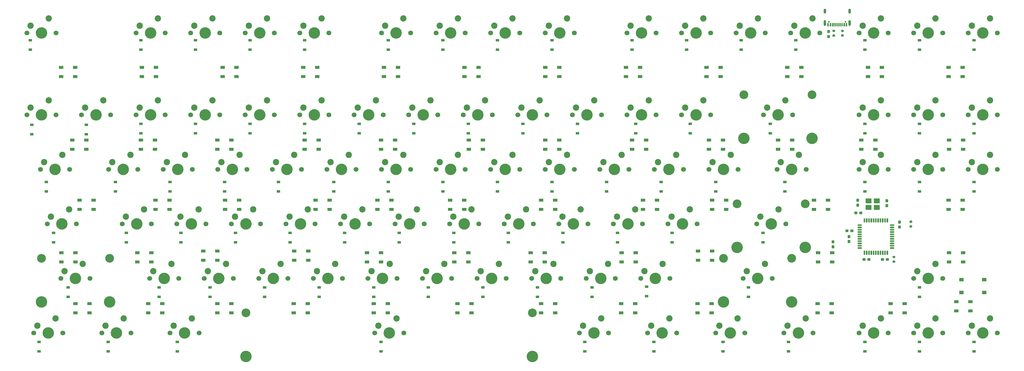
<source format=gbr>
%TF.GenerationSoftware,KiCad,Pcbnew,(5.1.9)-1*%
%TF.CreationDate,2021-03-16T22:25:33-04:00*%
%TF.ProjectId,10Keyless,31304b65-796c-4657-9373-2e6b69636164,rev?*%
%TF.SameCoordinates,Original*%
%TF.FileFunction,Soldermask,Bot*%
%TF.FilePolarity,Negative*%
%FSLAX46Y46*%
G04 Gerber Fmt 4.6, Leading zero omitted, Abs format (unit mm)*
G04 Created by KiCad (PCBNEW (5.1.9)-1) date 2021-03-16 22:25:33*
%MOMM*%
%LPD*%
G01*
G04 APERTURE LIST*
%ADD10C,2.200000*%
%ADD11C,4.000000*%
%ADD12C,1.700000*%
%ADD13C,3.050000*%
%ADD14O,0.900000X2.000000*%
%ADD15O,0.900000X1.700000*%
%ADD16R,0.300000X1.160000*%
%ADD17C,0.600000*%
%ADD18R,0.600000X1.160000*%
%ADD19R,2.100000X1.800000*%
%ADD20R,1.200000X0.900000*%
%ADD21R,1.500000X1.000000*%
%ADD22R,1.550000X1.300000*%
G04 APERTURE END LIST*
D10*
%TO.C,K70*%
X297320000Y-125087000D03*
X290970000Y-127627000D03*
D11*
X294780000Y-130167000D03*
D12*
X289700000Y-130167000D03*
X299860000Y-130167000D03*
D11*
X306680000Y-138407000D03*
X282880000Y-138407000D03*
D13*
X282880000Y-123167000D03*
X306680000Y-123167000D03*
%TD*%
D10*
%TO.C,K69*%
X290177000Y-182233000D03*
X283827000Y-184773000D03*
D11*
X287637000Y-187313000D03*
D12*
X282557000Y-187313000D03*
X292717000Y-187313000D03*
D11*
X299537000Y-195553000D03*
X275737000Y-195553000D03*
D13*
X275737000Y-180313000D03*
X299537000Y-180313000D03*
%TD*%
D10*
%TO.C,K36*%
X161598000Y-201282000D03*
X155248000Y-203822000D03*
D11*
X159058000Y-206362000D03*
D12*
X153978000Y-206362000D03*
X164138000Y-206362000D03*
D11*
X209058000Y-214602000D03*
X109058000Y-214602000D03*
D13*
X109058000Y-199362000D03*
X209058000Y-199362000D03*
%TD*%
D10*
%TO.C,K3*%
X42545000Y-201282000D03*
X36195000Y-203822000D03*
D11*
X40005000Y-206362000D03*
D12*
X34925000Y-206362000D03*
X45085000Y-206362000D03*
%TD*%
D10*
%TO.C,K8*%
X66353800Y-201282000D03*
X60003800Y-203822000D03*
D11*
X63813800Y-206362000D03*
D12*
X58733800Y-206362000D03*
X68893800Y-206362000D03*
%TD*%
D10*
%TO.C,K15*%
X90164800Y-201282000D03*
X83814800Y-203822000D03*
D11*
X87624800Y-206362000D03*
D12*
X82544800Y-206362000D03*
X92704800Y-206362000D03*
%TD*%
D10*
%TO.C,K54*%
X233031000Y-201282000D03*
X226681000Y-203822000D03*
D11*
X230491000Y-206362000D03*
D12*
X225411000Y-206362000D03*
X235571000Y-206362000D03*
%TD*%
D10*
%TO.C,K61*%
X256842000Y-201282000D03*
X250492000Y-203822000D03*
D11*
X254302000Y-206362000D03*
D12*
X249222000Y-206362000D03*
X259382000Y-206362000D03*
%TD*%
D10*
%TO.C,K67*%
X280653000Y-201282000D03*
X274303000Y-203822000D03*
D11*
X278113000Y-206362000D03*
D12*
X273033000Y-206362000D03*
X283193000Y-206362000D03*
%TD*%
D10*
%TO.C,K73*%
X304464000Y-201282000D03*
X298114000Y-203822000D03*
D11*
X301924000Y-206362000D03*
D12*
X296844000Y-206362000D03*
X307004000Y-206362000D03*
%TD*%
D10*
%TO.C,K6*%
X52067200Y-182233000D03*
X45717200Y-184773000D03*
D11*
X49527200Y-187313000D03*
D12*
X44447200Y-187313000D03*
X54607200Y-187313000D03*
D11*
X61427200Y-195553000D03*
X37627200Y-195553000D03*
D13*
X37627200Y-180313000D03*
X61427200Y-180313000D03*
%TD*%
D10*
%TO.C,K71*%
X294939000Y-163184000D03*
X288589000Y-165724000D03*
D11*
X292399000Y-168264000D03*
D12*
X287319000Y-168264000D03*
X297479000Y-168264000D03*
D11*
X304299000Y-176504000D03*
X280499000Y-176504000D03*
D13*
X280499000Y-161264000D03*
X304299000Y-161264000D03*
%TD*%
D10*
%TO.C,K5*%
X47305000Y-163184000D03*
X40955000Y-165724000D03*
D11*
X44765000Y-168264000D03*
D12*
X39685000Y-168264000D03*
X49845000Y-168264000D03*
%TD*%
D10*
%TO.C,K4*%
X44923900Y-144136000D03*
X38573900Y-146676000D03*
D11*
X42383900Y-149216000D03*
D12*
X37303900Y-149216000D03*
X47463900Y-149216000D03*
%TD*%
D10*
%TO.C,K72*%
X302083000Y-144136000D03*
X295733000Y-146676000D03*
D11*
X299543000Y-149216000D03*
D12*
X294463000Y-149216000D03*
X304623000Y-149216000D03*
%TD*%
D10*
%TO.C,K74*%
X306854000Y-96511800D03*
X300504000Y-99051800D03*
D11*
X304314000Y-101591800D03*
D12*
X299234000Y-101591800D03*
X309394000Y-101591800D03*
%TD*%
D10*
%TO.C,K1*%
X40161700Y-96511800D03*
X33811700Y-99051800D03*
D11*
X37621700Y-101591800D03*
D12*
X32541700Y-101591800D03*
X42701700Y-101591800D03*
%TD*%
D10*
%TO.C,K2*%
X40161700Y-125087000D03*
X33811700Y-127627000D03*
D11*
X37621700Y-130167000D03*
D12*
X32541700Y-130167000D03*
X42701700Y-130167000D03*
%TD*%
D10*
%TO.C,K7*%
X59210500Y-125087000D03*
X52860500Y-127627000D03*
D11*
X56670500Y-130167000D03*
D12*
X51590500Y-130167000D03*
X61750500Y-130167000D03*
%TD*%
D10*
%TO.C,K9*%
X68734900Y-144136000D03*
X62384900Y-146676000D03*
D11*
X66194900Y-149216000D03*
D12*
X61114900Y-149216000D03*
X71274900Y-149216000D03*
%TD*%
D10*
%TO.C,K10*%
X73497100Y-163184000D03*
X67147100Y-165724000D03*
D11*
X70957100Y-168264000D03*
D12*
X65877100Y-168264000D03*
X76037100Y-168264000D03*
%TD*%
D10*
%TO.C,K11*%
X78261700Y-96511800D03*
X71911700Y-99051800D03*
D11*
X75721700Y-101591800D03*
D12*
X70641700Y-101591800D03*
X80801700Y-101591800D03*
%TD*%
D10*
%TO.C,K12*%
X78259300Y-125087000D03*
X71909300Y-127627000D03*
D11*
X75719300Y-130167000D03*
D12*
X70639300Y-130167000D03*
X80799300Y-130167000D03*
%TD*%
D10*
%TO.C,K13*%
X83021500Y-182233000D03*
X76671500Y-184773000D03*
D11*
X80481500Y-187313000D03*
D12*
X75401500Y-187313000D03*
X85561500Y-187313000D03*
%TD*%
D10*
%TO.C,K14*%
X87783700Y-144136000D03*
X81433700Y-146676000D03*
D11*
X85243700Y-149216000D03*
D12*
X80163700Y-149216000D03*
X90323700Y-149216000D03*
%TD*%
D10*
%TO.C,K16*%
X92545900Y-163184000D03*
X86195900Y-165724000D03*
D11*
X90005900Y-168264000D03*
D12*
X84925900Y-168264000D03*
X95085900Y-168264000D03*
%TD*%
D10*
%TO.C,K17*%
X97308100Y-96511800D03*
X90958100Y-99051800D03*
D11*
X94768100Y-101591800D03*
D12*
X89688100Y-101591800D03*
X99848100Y-101591800D03*
%TD*%
D10*
%TO.C,K18*%
X97308100Y-125087000D03*
X90958100Y-127627000D03*
D11*
X94768100Y-130167000D03*
D12*
X89688100Y-130167000D03*
X99848100Y-130167000D03*
%TD*%
D10*
%TO.C,K19*%
X102070000Y-182233000D03*
X95720000Y-184773000D03*
D11*
X99530000Y-187313000D03*
D12*
X94450000Y-187313000D03*
X104610000Y-187313000D03*
%TD*%
D10*
%TO.C,K20*%
X106832000Y-144136000D03*
X100482000Y-146676000D03*
D11*
X104292000Y-149216000D03*
D12*
X99212000Y-149216000D03*
X109372000Y-149216000D03*
%TD*%
D10*
%TO.C,K21*%
X111595000Y-163184000D03*
X105245000Y-165724000D03*
D11*
X109055000Y-168264000D03*
D12*
X103975000Y-168264000D03*
X114135000Y-168264000D03*
%TD*%
D10*
%TO.C,K22*%
X116357000Y-96511800D03*
X110007000Y-99051800D03*
D11*
X113817000Y-101591800D03*
D12*
X108737000Y-101591800D03*
X118897000Y-101591800D03*
%TD*%
D10*
%TO.C,K23*%
X116357000Y-125087000D03*
X110007000Y-127627000D03*
D11*
X113817000Y-130167000D03*
D12*
X108737000Y-130167000D03*
X118897000Y-130167000D03*
%TD*%
D10*
%TO.C,K24*%
X121119000Y-182233000D03*
X114769000Y-184773000D03*
D11*
X118579000Y-187313000D03*
D12*
X113499000Y-187313000D03*
X123659000Y-187313000D03*
%TD*%
D10*
%TO.C,K25*%
X125881000Y-144136000D03*
X119531000Y-146676000D03*
D11*
X123341000Y-149216000D03*
D12*
X118261000Y-149216000D03*
X128421000Y-149216000D03*
%TD*%
D10*
%TO.C,K26*%
X130644000Y-163184000D03*
X124294000Y-165724000D03*
D11*
X128104000Y-168264000D03*
D12*
X123024000Y-168264000D03*
X133184000Y-168264000D03*
%TD*%
D10*
%TO.C,K27*%
X135406000Y-96511800D03*
X129056000Y-99051800D03*
D11*
X132866000Y-101591800D03*
D12*
X127786000Y-101591800D03*
X137946000Y-101591800D03*
%TD*%
D10*
%TO.C,K28*%
X135406000Y-125087000D03*
X129056000Y-127627000D03*
D11*
X132866000Y-130167000D03*
D12*
X127786000Y-130167000D03*
X137946000Y-130167000D03*
%TD*%
D10*
%TO.C,K29*%
X140168000Y-182233000D03*
X133818000Y-184773000D03*
D11*
X137628000Y-187313000D03*
D12*
X132548000Y-187313000D03*
X142708000Y-187313000D03*
%TD*%
D10*
%TO.C,K30*%
X144930000Y-144136000D03*
X138580000Y-146676000D03*
D11*
X142390000Y-149216000D03*
D12*
X137310000Y-149216000D03*
X147470000Y-149216000D03*
%TD*%
D10*
%TO.C,K31*%
X149692000Y-163184000D03*
X143342000Y-165724000D03*
D11*
X147152000Y-168264000D03*
D12*
X142072000Y-168264000D03*
X152232000Y-168264000D03*
%TD*%
D10*
%TO.C,K32*%
X154454000Y-125087000D03*
X148104000Y-127627000D03*
D11*
X151914000Y-130167000D03*
D12*
X146834000Y-130167000D03*
X156994000Y-130167000D03*
%TD*%
D10*
%TO.C,K33*%
X159217000Y-182233000D03*
X152867000Y-184773000D03*
D11*
X156677000Y-187313000D03*
D12*
X151597000Y-187313000D03*
X161757000Y-187313000D03*
%TD*%
D10*
%TO.C,K34*%
X163980000Y-96511800D03*
X157630000Y-99051800D03*
D11*
X161440000Y-101591800D03*
D12*
X156360000Y-101591800D03*
X166520000Y-101591800D03*
%TD*%
D10*
%TO.C,K35*%
X163979000Y-144136000D03*
X157629000Y-146676000D03*
D11*
X161439000Y-149216000D03*
D12*
X156359000Y-149216000D03*
X166519000Y-149216000D03*
%TD*%
D10*
%TO.C,K37*%
X168741000Y-163184000D03*
X162391000Y-165724000D03*
D11*
X166201000Y-168264000D03*
D12*
X161121000Y-168264000D03*
X171281000Y-168264000D03*
%TD*%
D10*
%TO.C,K38*%
X173503000Y-125087000D03*
X167153000Y-127627000D03*
D11*
X170963000Y-130167000D03*
D12*
X165883000Y-130167000D03*
X176043000Y-130167000D03*
%TD*%
D10*
%TO.C,K39*%
X178266000Y-182233000D03*
X171916000Y-184773000D03*
D11*
X175726000Y-187313000D03*
D12*
X170646000Y-187313000D03*
X180806000Y-187313000D03*
%TD*%
D10*
%TO.C,K40*%
X183030000Y-96511800D03*
X176680000Y-99051800D03*
D11*
X180490000Y-101591800D03*
D12*
X175410000Y-101591800D03*
X185570000Y-101591800D03*
%TD*%
D10*
%TO.C,K41*%
X183028000Y-144136000D03*
X176678000Y-146676000D03*
D11*
X180488000Y-149216000D03*
D12*
X175408000Y-149216000D03*
X185568000Y-149216000D03*
%TD*%
D10*
%TO.C,K42*%
X187790000Y-163184000D03*
X181440000Y-165724000D03*
D11*
X185250000Y-168264000D03*
D12*
X180170000Y-168264000D03*
X190330000Y-168264000D03*
%TD*%
D10*
%TO.C,K43*%
X192552000Y-125087000D03*
X186202000Y-127627000D03*
D11*
X190012000Y-130167000D03*
D12*
X184932000Y-130167000D03*
X195092000Y-130167000D03*
%TD*%
D10*
%TO.C,K44*%
X197314000Y-182233000D03*
X190964000Y-184773000D03*
D11*
X194774000Y-187313000D03*
D12*
X189694000Y-187313000D03*
X199854000Y-187313000D03*
%TD*%
D10*
%TO.C,K45*%
X202080000Y-96511800D03*
X195730000Y-99051800D03*
D11*
X199540000Y-101591800D03*
D12*
X194460000Y-101591800D03*
X204620000Y-101591800D03*
%TD*%
D10*
%TO.C,K46*%
X202076000Y-144136000D03*
X195726000Y-146676000D03*
D11*
X199536000Y-149216000D03*
D12*
X194456000Y-149216000D03*
X204616000Y-149216000D03*
%TD*%
D10*
%TO.C,K47*%
X206839000Y-163184000D03*
X200489000Y-165724000D03*
D11*
X204299000Y-168264000D03*
D12*
X199219000Y-168264000D03*
X209379000Y-168264000D03*
%TD*%
D10*
%TO.C,K48*%
X211601000Y-125087000D03*
X205251000Y-127627000D03*
D11*
X209061000Y-130167000D03*
D12*
X203981000Y-130167000D03*
X214141000Y-130167000D03*
%TD*%
D10*
%TO.C,K49*%
X216363000Y-182233000D03*
X210013000Y-184773000D03*
D11*
X213823000Y-187313000D03*
D12*
X208743000Y-187313000D03*
X218903000Y-187313000D03*
%TD*%
D10*
%TO.C,K50*%
X221130000Y-96511800D03*
X214780000Y-99051800D03*
D11*
X218590000Y-101591800D03*
D12*
X213510000Y-101591800D03*
X223670000Y-101591800D03*
%TD*%
D10*
%TO.C,K51*%
X221125000Y-144136000D03*
X214775000Y-146676000D03*
D11*
X218585000Y-149216000D03*
D12*
X213505000Y-149216000D03*
X223665000Y-149216000D03*
%TD*%
D10*
%TO.C,K52*%
X225888000Y-163184000D03*
X219538000Y-165724000D03*
D11*
X223348000Y-168264000D03*
D12*
X218268000Y-168264000D03*
X228428000Y-168264000D03*
%TD*%
D10*
%TO.C,K53*%
X230650000Y-125087000D03*
X224300000Y-127627000D03*
D11*
X228110000Y-130167000D03*
D12*
X223030000Y-130167000D03*
X233190000Y-130167000D03*
%TD*%
D10*
%TO.C,K55*%
X235412000Y-182233000D03*
X229062000Y-184773000D03*
D11*
X232872000Y-187313000D03*
D12*
X227792000Y-187313000D03*
X237952000Y-187313000D03*
%TD*%
D10*
%TO.C,K56*%
X240174000Y-144136000D03*
X233824000Y-146676000D03*
D11*
X237634000Y-149216000D03*
D12*
X232554000Y-149216000D03*
X242714000Y-149216000D03*
%TD*%
D10*
%TO.C,K57*%
X244936000Y-163184000D03*
X238586000Y-165724000D03*
D11*
X242396000Y-168264000D03*
D12*
X237316000Y-168264000D03*
X247476000Y-168264000D03*
%TD*%
D10*
%TO.C,K58*%
X249704000Y-96511800D03*
X243354000Y-99051800D03*
D11*
X247164000Y-101591800D03*
D12*
X242084000Y-101591800D03*
X252244000Y-101591800D03*
%TD*%
D10*
%TO.C,K59*%
X249698000Y-125087000D03*
X243348000Y-127627000D03*
D11*
X247158000Y-130167000D03*
D12*
X242078000Y-130167000D03*
X252238000Y-130167000D03*
%TD*%
D10*
%TO.C,K60*%
X254461000Y-182233000D03*
X248111000Y-184773000D03*
D11*
X251921000Y-187313000D03*
D12*
X246841000Y-187313000D03*
X257001000Y-187313000D03*
%TD*%
D10*
%TO.C,K62*%
X259223000Y-144136000D03*
X252873000Y-146676000D03*
D11*
X256683000Y-149216000D03*
D12*
X251603000Y-149216000D03*
X261763000Y-149216000D03*
%TD*%
D10*
%TO.C,K63*%
X263985000Y-163184000D03*
X257635000Y-165724000D03*
D11*
X261445000Y-168264000D03*
D12*
X256365000Y-168264000D03*
X266525000Y-168264000D03*
%TD*%
D10*
%TO.C,K64*%
X268754000Y-96511800D03*
X262404000Y-99051800D03*
D11*
X266214000Y-101591800D03*
D12*
X261134000Y-101591800D03*
X271294000Y-101591800D03*
%TD*%
D10*
%TO.C,K65*%
X268747000Y-125087000D03*
X262397000Y-127627000D03*
D11*
X266207000Y-130167000D03*
D12*
X261127000Y-130167000D03*
X271287000Y-130167000D03*
%TD*%
D10*
%TO.C,K66*%
X278272000Y-144136000D03*
X271922000Y-146676000D03*
D11*
X275732000Y-149216000D03*
D12*
X270652000Y-149216000D03*
X280812000Y-149216000D03*
%TD*%
D10*
%TO.C,K68*%
X287804000Y-96511800D03*
X281454000Y-99051800D03*
D11*
X285264000Y-101591800D03*
D12*
X280184000Y-101591800D03*
X290344000Y-101591800D03*
%TD*%
D10*
%TO.C,K75*%
X330667000Y-96511800D03*
X324317000Y-99051800D03*
D11*
X328127000Y-101591800D03*
D12*
X323047000Y-101591800D03*
X333207000Y-101591800D03*
%TD*%
D10*
%TO.C,K76*%
X330667000Y-125087000D03*
X324317000Y-127627000D03*
D11*
X328127000Y-130167000D03*
D12*
X323047000Y-130167000D03*
X333207000Y-130167000D03*
%TD*%
D10*
%TO.C,K77*%
X330667000Y-144136000D03*
X324317000Y-146676000D03*
D11*
X328127000Y-149216000D03*
D12*
X323047000Y-149216000D03*
X333207000Y-149216000D03*
%TD*%
D10*
%TO.C,K78*%
X330667000Y-201282000D03*
X324317000Y-203822000D03*
D11*
X328127000Y-206362000D03*
D12*
X323047000Y-206362000D03*
X333207000Y-206362000D03*
%TD*%
D10*
%TO.C,K79*%
X349717000Y-96511800D03*
X343367000Y-99051800D03*
D11*
X347177000Y-101591800D03*
D12*
X342097000Y-101591800D03*
X352257000Y-101591800D03*
%TD*%
D10*
%TO.C,K80*%
X349717000Y-125087000D03*
X343367000Y-127627000D03*
D11*
X347177000Y-130167000D03*
D12*
X342097000Y-130167000D03*
X352257000Y-130167000D03*
%TD*%
D10*
%TO.C,K81*%
X349717000Y-144136000D03*
X343367000Y-146676000D03*
D11*
X347177000Y-149216000D03*
D12*
X342097000Y-149216000D03*
X352257000Y-149216000D03*
%TD*%
D10*
%TO.C,K82*%
X349717000Y-182233000D03*
X343367000Y-184773000D03*
D11*
X347177000Y-187313000D03*
D12*
X342097000Y-187313000D03*
X352257000Y-187313000D03*
%TD*%
D10*
%TO.C,K83*%
X349717000Y-201282000D03*
X343367000Y-203822000D03*
D11*
X347177000Y-206362000D03*
D12*
X342097000Y-206362000D03*
X352257000Y-206362000D03*
%TD*%
D10*
%TO.C,K84*%
X368767000Y-96511800D03*
X362417000Y-99051800D03*
D11*
X366227000Y-101591800D03*
D12*
X361147000Y-101591800D03*
X371307000Y-101591800D03*
%TD*%
D10*
%TO.C,K85*%
X368767000Y-125087000D03*
X362417000Y-127627000D03*
D11*
X366227000Y-130167000D03*
D12*
X361147000Y-130167000D03*
X371307000Y-130167000D03*
%TD*%
D10*
%TO.C,K86*%
X368767000Y-144136000D03*
X362417000Y-146676000D03*
D11*
X366227000Y-149216000D03*
D12*
X361147000Y-149216000D03*
X371307000Y-149216000D03*
%TD*%
D10*
%TO.C,K87*%
X368767000Y-201282000D03*
X362417000Y-203822000D03*
D11*
X366227000Y-206362000D03*
D12*
X361147000Y-206362000D03*
X371307000Y-206362000D03*
%TD*%
%TO.C,C1*%
G36*
G01*
X322817500Y-160557000D02*
X322342500Y-160557000D01*
G75*
G02*
X322105000Y-160319500I0J237500D01*
G01*
X322105000Y-159719500D01*
G75*
G02*
X322342500Y-159482000I237500J0D01*
G01*
X322817500Y-159482000D01*
G75*
G02*
X323055000Y-159719500I0J-237500D01*
G01*
X323055000Y-160319500D01*
G75*
G02*
X322817500Y-160557000I-237500J0D01*
G01*
G37*
G36*
G01*
X322817500Y-162282000D02*
X322342500Y-162282000D01*
G75*
G02*
X322105000Y-162044500I0J237500D01*
G01*
X322105000Y-161444500D01*
G75*
G02*
X322342500Y-161207000I237500J0D01*
G01*
X322817500Y-161207000D01*
G75*
G02*
X323055000Y-161444500I0J-237500D01*
G01*
X323055000Y-162044500D01*
G75*
G02*
X322817500Y-162282000I-237500J0D01*
G01*
G37*
%TD*%
%TO.C,C2*%
G36*
G01*
X332502500Y-159662000D02*
X332977500Y-159662000D01*
G75*
G02*
X333215000Y-159899500I0J-237500D01*
G01*
X333215000Y-160499500D01*
G75*
G02*
X332977500Y-160737000I-237500J0D01*
G01*
X332502500Y-160737000D01*
G75*
G02*
X332265000Y-160499500I0J237500D01*
G01*
X332265000Y-159899500D01*
G75*
G02*
X332502500Y-159662000I237500J0D01*
G01*
G37*
G36*
G01*
X332502500Y-161387000D02*
X332977500Y-161387000D01*
G75*
G02*
X333215000Y-161624500I0J-237500D01*
G01*
X333215000Y-162224500D01*
G75*
G02*
X332977500Y-162462000I-237500J0D01*
G01*
X332502500Y-162462000D01*
G75*
G02*
X332265000Y-162224500I0J237500D01*
G01*
X332265000Y-161624500D01*
G75*
G02*
X332502500Y-161387000I237500J0D01*
G01*
G37*
%TD*%
%TO.C,C3*%
G36*
G01*
X319769500Y-173257000D02*
X319294500Y-173257000D01*
G75*
G02*
X319057000Y-173019500I0J237500D01*
G01*
X319057000Y-172419500D01*
G75*
G02*
X319294500Y-172182000I237500J0D01*
G01*
X319769500Y-172182000D01*
G75*
G02*
X320007000Y-172419500I0J-237500D01*
G01*
X320007000Y-173019500D01*
G75*
G02*
X319769500Y-173257000I-237500J0D01*
G01*
G37*
G36*
G01*
X319769500Y-174982000D02*
X319294500Y-174982000D01*
G75*
G02*
X319057000Y-174744500I0J237500D01*
G01*
X319057000Y-174144500D01*
G75*
G02*
X319294500Y-173907000I237500J0D01*
G01*
X319769500Y-173907000D01*
G75*
G02*
X320007000Y-174144500I0J-237500D01*
G01*
X320007000Y-174744500D01*
G75*
G02*
X319769500Y-174982000I-237500J0D01*
G01*
G37*
%TD*%
%TO.C,C4*%
G36*
G01*
X333481000Y-180483500D02*
X333481000Y-180958500D01*
G75*
G02*
X333243500Y-181196000I-237500J0D01*
G01*
X332643500Y-181196000D01*
G75*
G02*
X332406000Y-180958500I0J237500D01*
G01*
X332406000Y-180483500D01*
G75*
G02*
X332643500Y-180246000I237500J0D01*
G01*
X333243500Y-180246000D01*
G75*
G02*
X333481000Y-180483500I0J-237500D01*
G01*
G37*
G36*
G01*
X331756000Y-180483500D02*
X331756000Y-180958500D01*
G75*
G02*
X331518500Y-181196000I-237500J0D01*
G01*
X330918500Y-181196000D01*
G75*
G02*
X330681000Y-180958500I0J237500D01*
G01*
X330681000Y-180483500D01*
G75*
G02*
X330918500Y-180246000I237500J0D01*
G01*
X331518500Y-180246000D01*
G75*
G02*
X331756000Y-180483500I0J-237500D01*
G01*
G37*
%TD*%
%TO.C,C5*%
G36*
G01*
X337422500Y-169928000D02*
X336947500Y-169928000D01*
G75*
G02*
X336710000Y-169690500I0J237500D01*
G01*
X336710000Y-169090500D01*
G75*
G02*
X336947500Y-168853000I237500J0D01*
G01*
X337422500Y-168853000D01*
G75*
G02*
X337660000Y-169090500I0J-237500D01*
G01*
X337660000Y-169690500D01*
G75*
G02*
X337422500Y-169928000I-237500J0D01*
G01*
G37*
G36*
G01*
X337422500Y-168203000D02*
X336947500Y-168203000D01*
G75*
G02*
X336710000Y-167965500I0J237500D01*
G01*
X336710000Y-167365500D01*
G75*
G02*
X336947500Y-167128000I237500J0D01*
G01*
X337422500Y-167128000D01*
G75*
G02*
X337660000Y-167365500I0J-237500D01*
G01*
X337660000Y-167965500D01*
G75*
G02*
X337422500Y-168203000I-237500J0D01*
G01*
G37*
%TD*%
%TO.C,C6*%
G36*
G01*
X314181500Y-175089000D02*
X313706500Y-175089000D01*
G75*
G02*
X313469000Y-174851500I0J237500D01*
G01*
X313469000Y-174251500D01*
G75*
G02*
X313706500Y-174014000I237500J0D01*
G01*
X314181500Y-174014000D01*
G75*
G02*
X314419000Y-174251500I0J-237500D01*
G01*
X314419000Y-174851500D01*
G75*
G02*
X314181500Y-175089000I-237500J0D01*
G01*
G37*
G36*
G01*
X314181500Y-176814000D02*
X313706500Y-176814000D01*
G75*
G02*
X313469000Y-176576500I0J237500D01*
G01*
X313469000Y-175976500D01*
G75*
G02*
X313706500Y-175739000I237500J0D01*
G01*
X314181500Y-175739000D01*
G75*
G02*
X314419000Y-175976500I0J-237500D01*
G01*
X314419000Y-176576500D01*
G75*
G02*
X314181500Y-176814000I-237500J0D01*
G01*
G37*
%TD*%
%TO.C,C7*%
G36*
G01*
X324208000Y-164227500D02*
X324208000Y-164702500D01*
G75*
G02*
X323970500Y-164940000I-237500J0D01*
G01*
X323370500Y-164940000D01*
G75*
G02*
X323133000Y-164702500I0J237500D01*
G01*
X323133000Y-164227500D01*
G75*
G02*
X323370500Y-163990000I237500J0D01*
G01*
X323970500Y-163990000D01*
G75*
G02*
X324208000Y-164227500I0J-237500D01*
G01*
G37*
G36*
G01*
X322483000Y-164227500D02*
X322483000Y-164702500D01*
G75*
G02*
X322245500Y-164940000I-237500J0D01*
G01*
X321645500Y-164940000D01*
G75*
G02*
X321408000Y-164702500I0J237500D01*
G01*
X321408000Y-164227500D01*
G75*
G02*
X321645500Y-163990000I237500J0D01*
G01*
X322245500Y-163990000D01*
G75*
G02*
X322483000Y-164227500I0J-237500D01*
G01*
G37*
%TD*%
%TO.C,C8*%
G36*
G01*
X319361000Y-170450500D02*
X319361000Y-170925500D01*
G75*
G02*
X319123500Y-171163000I-237500J0D01*
G01*
X318523500Y-171163000D01*
G75*
G02*
X318286000Y-170925500I0J237500D01*
G01*
X318286000Y-170450500D01*
G75*
G02*
X318523500Y-170213000I237500J0D01*
G01*
X319123500Y-170213000D01*
G75*
G02*
X319361000Y-170450500I0J-237500D01*
G01*
G37*
G36*
G01*
X321086000Y-170450500D02*
X321086000Y-170925500D01*
G75*
G02*
X320848500Y-171163000I-237500J0D01*
G01*
X320248500Y-171163000D01*
G75*
G02*
X320011000Y-170925500I0J237500D01*
G01*
X320011000Y-170450500D01*
G75*
G02*
X320248500Y-170213000I237500J0D01*
G01*
X320848500Y-170213000D01*
G75*
G02*
X321086000Y-170450500I0J-237500D01*
G01*
G37*
%TD*%
D14*
%TO.C,J1*%
X311150000Y-98150000D03*
X319790000Y-98150000D03*
D15*
X311150000Y-93980000D03*
X319790000Y-93980000D03*
D16*
X314720000Y-98730000D03*
X315220000Y-98730000D03*
X315720000Y-98730000D03*
X313720000Y-98730000D03*
X314220000Y-98730000D03*
X316720000Y-98730000D03*
X316220000Y-98730000D03*
X317220000Y-98730000D03*
D17*
X318360000Y-97670000D03*
X312580000Y-97670000D03*
D18*
X313070000Y-98730000D03*
X313070000Y-98730000D03*
X312270000Y-98730000D03*
X312270000Y-98730000D03*
X317870000Y-98730000D03*
X318670000Y-98730000D03*
X317870000Y-98730000D03*
X318670000Y-98730000D03*
%TD*%
%TO.C,R1*%
G36*
G01*
X314498000Y-102888000D02*
X313948000Y-102888000D01*
G75*
G02*
X313748000Y-102688000I0J200000D01*
G01*
X313748000Y-102288000D01*
G75*
G02*
X313948000Y-102088000I200000J0D01*
G01*
X314498000Y-102088000D01*
G75*
G02*
X314698000Y-102288000I0J-200000D01*
G01*
X314698000Y-102688000D01*
G75*
G02*
X314498000Y-102888000I-200000J0D01*
G01*
G37*
G36*
G01*
X314498000Y-101238000D02*
X313948000Y-101238000D01*
G75*
G02*
X313748000Y-101038000I0J200000D01*
G01*
X313748000Y-100638000D01*
G75*
G02*
X313948000Y-100438000I200000J0D01*
G01*
X314498000Y-100438000D01*
G75*
G02*
X314698000Y-100638000I0J-200000D01*
G01*
X314698000Y-101038000D01*
G75*
G02*
X314498000Y-101238000I-200000J0D01*
G01*
G37*
%TD*%
%TO.C,R2*%
G36*
G01*
X317521000Y-101238000D02*
X316971000Y-101238000D01*
G75*
G02*
X316771000Y-101038000I0J200000D01*
G01*
X316771000Y-100638000D01*
G75*
G02*
X316971000Y-100438000I200000J0D01*
G01*
X317521000Y-100438000D01*
G75*
G02*
X317721000Y-100638000I0J-200000D01*
G01*
X317721000Y-101038000D01*
G75*
G02*
X317521000Y-101238000I-200000J0D01*
G01*
G37*
G36*
G01*
X317521000Y-102888000D02*
X316971000Y-102888000D01*
G75*
G02*
X316771000Y-102688000I0J200000D01*
G01*
X316771000Y-102288000D01*
G75*
G02*
X316971000Y-102088000I200000J0D01*
G01*
X317521000Y-102088000D01*
G75*
G02*
X317721000Y-102288000I0J-200000D01*
G01*
X317721000Y-102688000D01*
G75*
G02*
X317521000Y-102888000I-200000J0D01*
G01*
G37*
%TD*%
%TO.C,R3*%
G36*
G01*
X340847000Y-167128000D02*
X341397000Y-167128000D01*
G75*
G02*
X341597000Y-167328000I0J-200000D01*
G01*
X341597000Y-167728000D01*
G75*
G02*
X341397000Y-167928000I-200000J0D01*
G01*
X340847000Y-167928000D01*
G75*
G02*
X340647000Y-167728000I0J200000D01*
G01*
X340647000Y-167328000D01*
G75*
G02*
X340847000Y-167128000I200000J0D01*
G01*
G37*
G36*
G01*
X340847000Y-168778000D02*
X341397000Y-168778000D01*
G75*
G02*
X341597000Y-168978000I0J-200000D01*
G01*
X341597000Y-169378000D01*
G75*
G02*
X341397000Y-169578000I-200000J0D01*
G01*
X340847000Y-169578000D01*
G75*
G02*
X340647000Y-169378000I0J200000D01*
G01*
X340647000Y-168978000D01*
G75*
G02*
X340847000Y-168778000I200000J0D01*
G01*
G37*
%TD*%
%TO.C,R4*%
G36*
G01*
X334954000Y-181082000D02*
X335504000Y-181082000D01*
G75*
G02*
X335704000Y-181282000I0J-200000D01*
G01*
X335704000Y-181682000D01*
G75*
G02*
X335504000Y-181882000I-200000J0D01*
G01*
X334954000Y-181882000D01*
G75*
G02*
X334754000Y-181682000I0J200000D01*
G01*
X334754000Y-181282000D01*
G75*
G02*
X334954000Y-181082000I200000J0D01*
G01*
G37*
G36*
G01*
X334954000Y-179432000D02*
X335504000Y-179432000D01*
G75*
G02*
X335704000Y-179632000I0J-200000D01*
G01*
X335704000Y-180032000D01*
G75*
G02*
X335504000Y-180232000I-200000J0D01*
G01*
X334954000Y-180232000D01*
G75*
G02*
X334754000Y-180032000I0J200000D01*
G01*
X334754000Y-179632000D01*
G75*
G02*
X334954000Y-179432000I200000J0D01*
G01*
G37*
%TD*%
%TO.C,U1*%
G36*
G01*
X322530000Y-176857500D02*
X322530000Y-176582500D01*
G75*
G02*
X322667500Y-176445000I137500J0D01*
G01*
X323867500Y-176445000D01*
G75*
G02*
X324005000Y-176582500I0J-137500D01*
G01*
X324005000Y-176857500D01*
G75*
G02*
X323867500Y-176995000I-137500J0D01*
G01*
X322667500Y-176995000D01*
G75*
G02*
X322530000Y-176857500I0J137500D01*
G01*
G37*
G36*
G01*
X322530000Y-176057500D02*
X322530000Y-175782500D01*
G75*
G02*
X322667500Y-175645000I137500J0D01*
G01*
X323867500Y-175645000D01*
G75*
G02*
X324005000Y-175782500I0J-137500D01*
G01*
X324005000Y-176057500D01*
G75*
G02*
X323867500Y-176195000I-137500J0D01*
G01*
X322667500Y-176195000D01*
G75*
G02*
X322530000Y-176057500I0J137500D01*
G01*
G37*
G36*
G01*
X322530000Y-175257500D02*
X322530000Y-174982500D01*
G75*
G02*
X322667500Y-174845000I137500J0D01*
G01*
X323867500Y-174845000D01*
G75*
G02*
X324005000Y-174982500I0J-137500D01*
G01*
X324005000Y-175257500D01*
G75*
G02*
X323867500Y-175395000I-137500J0D01*
G01*
X322667500Y-175395000D01*
G75*
G02*
X322530000Y-175257500I0J137500D01*
G01*
G37*
G36*
G01*
X322530000Y-174457500D02*
X322530000Y-174182500D01*
G75*
G02*
X322667500Y-174045000I137500J0D01*
G01*
X323867500Y-174045000D01*
G75*
G02*
X324005000Y-174182500I0J-137500D01*
G01*
X324005000Y-174457500D01*
G75*
G02*
X323867500Y-174595000I-137500J0D01*
G01*
X322667500Y-174595000D01*
G75*
G02*
X322530000Y-174457500I0J137500D01*
G01*
G37*
G36*
G01*
X322530000Y-173657500D02*
X322530000Y-173382500D01*
G75*
G02*
X322667500Y-173245000I137500J0D01*
G01*
X323867500Y-173245000D01*
G75*
G02*
X324005000Y-173382500I0J-137500D01*
G01*
X324005000Y-173657500D01*
G75*
G02*
X323867500Y-173795000I-137500J0D01*
G01*
X322667500Y-173795000D01*
G75*
G02*
X322530000Y-173657500I0J137500D01*
G01*
G37*
G36*
G01*
X322530000Y-172857500D02*
X322530000Y-172582500D01*
G75*
G02*
X322667500Y-172445000I137500J0D01*
G01*
X323867500Y-172445000D01*
G75*
G02*
X324005000Y-172582500I0J-137500D01*
G01*
X324005000Y-172857500D01*
G75*
G02*
X323867500Y-172995000I-137500J0D01*
G01*
X322667500Y-172995000D01*
G75*
G02*
X322530000Y-172857500I0J137500D01*
G01*
G37*
G36*
G01*
X322530000Y-172057500D02*
X322530000Y-171782500D01*
G75*
G02*
X322667500Y-171645000I137500J0D01*
G01*
X323867500Y-171645000D01*
G75*
G02*
X324005000Y-171782500I0J-137500D01*
G01*
X324005000Y-172057500D01*
G75*
G02*
X323867500Y-172195000I-137500J0D01*
G01*
X322667500Y-172195000D01*
G75*
G02*
X322530000Y-172057500I0J137500D01*
G01*
G37*
G36*
G01*
X322530000Y-171257500D02*
X322530000Y-170982500D01*
G75*
G02*
X322667500Y-170845000I137500J0D01*
G01*
X323867500Y-170845000D01*
G75*
G02*
X324005000Y-170982500I0J-137500D01*
G01*
X324005000Y-171257500D01*
G75*
G02*
X323867500Y-171395000I-137500J0D01*
G01*
X322667500Y-171395000D01*
G75*
G02*
X322530000Y-171257500I0J137500D01*
G01*
G37*
G36*
G01*
X322530000Y-170457500D02*
X322530000Y-170182500D01*
G75*
G02*
X322667500Y-170045000I137500J0D01*
G01*
X323867500Y-170045000D01*
G75*
G02*
X324005000Y-170182500I0J-137500D01*
G01*
X324005000Y-170457500D01*
G75*
G02*
X323867500Y-170595000I-137500J0D01*
G01*
X322667500Y-170595000D01*
G75*
G02*
X322530000Y-170457500I0J137500D01*
G01*
G37*
G36*
G01*
X322530000Y-169657500D02*
X322530000Y-169382500D01*
G75*
G02*
X322667500Y-169245000I137500J0D01*
G01*
X323867500Y-169245000D01*
G75*
G02*
X324005000Y-169382500I0J-137500D01*
G01*
X324005000Y-169657500D01*
G75*
G02*
X323867500Y-169795000I-137500J0D01*
G01*
X322667500Y-169795000D01*
G75*
G02*
X322530000Y-169657500I0J137500D01*
G01*
G37*
G36*
G01*
X322530000Y-168857500D02*
X322530000Y-168582500D01*
G75*
G02*
X322667500Y-168445000I137500J0D01*
G01*
X323867500Y-168445000D01*
G75*
G02*
X324005000Y-168582500I0J-137500D01*
G01*
X324005000Y-168857500D01*
G75*
G02*
X323867500Y-168995000I-137500J0D01*
G01*
X322667500Y-168995000D01*
G75*
G02*
X322530000Y-168857500I0J137500D01*
G01*
G37*
G36*
G01*
X324655000Y-167657500D02*
X324655000Y-166457500D01*
G75*
G02*
X324792500Y-166320000I137500J0D01*
G01*
X325067500Y-166320000D01*
G75*
G02*
X325205000Y-166457500I0J-137500D01*
G01*
X325205000Y-167657500D01*
G75*
G02*
X325067500Y-167795000I-137500J0D01*
G01*
X324792500Y-167795000D01*
G75*
G02*
X324655000Y-167657500I0J137500D01*
G01*
G37*
G36*
G01*
X325455000Y-167657500D02*
X325455000Y-166457500D01*
G75*
G02*
X325592500Y-166320000I137500J0D01*
G01*
X325867500Y-166320000D01*
G75*
G02*
X326005000Y-166457500I0J-137500D01*
G01*
X326005000Y-167657500D01*
G75*
G02*
X325867500Y-167795000I-137500J0D01*
G01*
X325592500Y-167795000D01*
G75*
G02*
X325455000Y-167657500I0J137500D01*
G01*
G37*
G36*
G01*
X326255000Y-167657500D02*
X326255000Y-166457500D01*
G75*
G02*
X326392500Y-166320000I137500J0D01*
G01*
X326667500Y-166320000D01*
G75*
G02*
X326805000Y-166457500I0J-137500D01*
G01*
X326805000Y-167657500D01*
G75*
G02*
X326667500Y-167795000I-137500J0D01*
G01*
X326392500Y-167795000D01*
G75*
G02*
X326255000Y-167657500I0J137500D01*
G01*
G37*
G36*
G01*
X327055000Y-167657500D02*
X327055000Y-166457500D01*
G75*
G02*
X327192500Y-166320000I137500J0D01*
G01*
X327467500Y-166320000D01*
G75*
G02*
X327605000Y-166457500I0J-137500D01*
G01*
X327605000Y-167657500D01*
G75*
G02*
X327467500Y-167795000I-137500J0D01*
G01*
X327192500Y-167795000D01*
G75*
G02*
X327055000Y-167657500I0J137500D01*
G01*
G37*
G36*
G01*
X327855000Y-167657500D02*
X327855000Y-166457500D01*
G75*
G02*
X327992500Y-166320000I137500J0D01*
G01*
X328267500Y-166320000D01*
G75*
G02*
X328405000Y-166457500I0J-137500D01*
G01*
X328405000Y-167657500D01*
G75*
G02*
X328267500Y-167795000I-137500J0D01*
G01*
X327992500Y-167795000D01*
G75*
G02*
X327855000Y-167657500I0J137500D01*
G01*
G37*
G36*
G01*
X328655000Y-167657500D02*
X328655000Y-166457500D01*
G75*
G02*
X328792500Y-166320000I137500J0D01*
G01*
X329067500Y-166320000D01*
G75*
G02*
X329205000Y-166457500I0J-137500D01*
G01*
X329205000Y-167657500D01*
G75*
G02*
X329067500Y-167795000I-137500J0D01*
G01*
X328792500Y-167795000D01*
G75*
G02*
X328655000Y-167657500I0J137500D01*
G01*
G37*
G36*
G01*
X329455000Y-167657500D02*
X329455000Y-166457500D01*
G75*
G02*
X329592500Y-166320000I137500J0D01*
G01*
X329867500Y-166320000D01*
G75*
G02*
X330005000Y-166457500I0J-137500D01*
G01*
X330005000Y-167657500D01*
G75*
G02*
X329867500Y-167795000I-137500J0D01*
G01*
X329592500Y-167795000D01*
G75*
G02*
X329455000Y-167657500I0J137500D01*
G01*
G37*
G36*
G01*
X330255000Y-167657500D02*
X330255000Y-166457500D01*
G75*
G02*
X330392500Y-166320000I137500J0D01*
G01*
X330667500Y-166320000D01*
G75*
G02*
X330805000Y-166457500I0J-137500D01*
G01*
X330805000Y-167657500D01*
G75*
G02*
X330667500Y-167795000I-137500J0D01*
G01*
X330392500Y-167795000D01*
G75*
G02*
X330255000Y-167657500I0J137500D01*
G01*
G37*
G36*
G01*
X331055000Y-167657500D02*
X331055000Y-166457500D01*
G75*
G02*
X331192500Y-166320000I137500J0D01*
G01*
X331467500Y-166320000D01*
G75*
G02*
X331605000Y-166457500I0J-137500D01*
G01*
X331605000Y-167657500D01*
G75*
G02*
X331467500Y-167795000I-137500J0D01*
G01*
X331192500Y-167795000D01*
G75*
G02*
X331055000Y-167657500I0J137500D01*
G01*
G37*
G36*
G01*
X331855000Y-167657500D02*
X331855000Y-166457500D01*
G75*
G02*
X331992500Y-166320000I137500J0D01*
G01*
X332267500Y-166320000D01*
G75*
G02*
X332405000Y-166457500I0J-137500D01*
G01*
X332405000Y-167657500D01*
G75*
G02*
X332267500Y-167795000I-137500J0D01*
G01*
X331992500Y-167795000D01*
G75*
G02*
X331855000Y-167657500I0J137500D01*
G01*
G37*
G36*
G01*
X332655000Y-167657500D02*
X332655000Y-166457500D01*
G75*
G02*
X332792500Y-166320000I137500J0D01*
G01*
X333067500Y-166320000D01*
G75*
G02*
X333205000Y-166457500I0J-137500D01*
G01*
X333205000Y-167657500D01*
G75*
G02*
X333067500Y-167795000I-137500J0D01*
G01*
X332792500Y-167795000D01*
G75*
G02*
X332655000Y-167657500I0J137500D01*
G01*
G37*
G36*
G01*
X333855000Y-168857500D02*
X333855000Y-168582500D01*
G75*
G02*
X333992500Y-168445000I137500J0D01*
G01*
X335192500Y-168445000D01*
G75*
G02*
X335330000Y-168582500I0J-137500D01*
G01*
X335330000Y-168857500D01*
G75*
G02*
X335192500Y-168995000I-137500J0D01*
G01*
X333992500Y-168995000D01*
G75*
G02*
X333855000Y-168857500I0J137500D01*
G01*
G37*
G36*
G01*
X333855000Y-169657500D02*
X333855000Y-169382500D01*
G75*
G02*
X333992500Y-169245000I137500J0D01*
G01*
X335192500Y-169245000D01*
G75*
G02*
X335330000Y-169382500I0J-137500D01*
G01*
X335330000Y-169657500D01*
G75*
G02*
X335192500Y-169795000I-137500J0D01*
G01*
X333992500Y-169795000D01*
G75*
G02*
X333855000Y-169657500I0J137500D01*
G01*
G37*
G36*
G01*
X333855000Y-170457500D02*
X333855000Y-170182500D01*
G75*
G02*
X333992500Y-170045000I137500J0D01*
G01*
X335192500Y-170045000D01*
G75*
G02*
X335330000Y-170182500I0J-137500D01*
G01*
X335330000Y-170457500D01*
G75*
G02*
X335192500Y-170595000I-137500J0D01*
G01*
X333992500Y-170595000D01*
G75*
G02*
X333855000Y-170457500I0J137500D01*
G01*
G37*
G36*
G01*
X333855000Y-171257500D02*
X333855000Y-170982500D01*
G75*
G02*
X333992500Y-170845000I137500J0D01*
G01*
X335192500Y-170845000D01*
G75*
G02*
X335330000Y-170982500I0J-137500D01*
G01*
X335330000Y-171257500D01*
G75*
G02*
X335192500Y-171395000I-137500J0D01*
G01*
X333992500Y-171395000D01*
G75*
G02*
X333855000Y-171257500I0J137500D01*
G01*
G37*
G36*
G01*
X333855000Y-172057500D02*
X333855000Y-171782500D01*
G75*
G02*
X333992500Y-171645000I137500J0D01*
G01*
X335192500Y-171645000D01*
G75*
G02*
X335330000Y-171782500I0J-137500D01*
G01*
X335330000Y-172057500D01*
G75*
G02*
X335192500Y-172195000I-137500J0D01*
G01*
X333992500Y-172195000D01*
G75*
G02*
X333855000Y-172057500I0J137500D01*
G01*
G37*
G36*
G01*
X333855000Y-172857500D02*
X333855000Y-172582500D01*
G75*
G02*
X333992500Y-172445000I137500J0D01*
G01*
X335192500Y-172445000D01*
G75*
G02*
X335330000Y-172582500I0J-137500D01*
G01*
X335330000Y-172857500D01*
G75*
G02*
X335192500Y-172995000I-137500J0D01*
G01*
X333992500Y-172995000D01*
G75*
G02*
X333855000Y-172857500I0J137500D01*
G01*
G37*
G36*
G01*
X333855000Y-173657500D02*
X333855000Y-173382500D01*
G75*
G02*
X333992500Y-173245000I137500J0D01*
G01*
X335192500Y-173245000D01*
G75*
G02*
X335330000Y-173382500I0J-137500D01*
G01*
X335330000Y-173657500D01*
G75*
G02*
X335192500Y-173795000I-137500J0D01*
G01*
X333992500Y-173795000D01*
G75*
G02*
X333855000Y-173657500I0J137500D01*
G01*
G37*
G36*
G01*
X333855000Y-174457500D02*
X333855000Y-174182500D01*
G75*
G02*
X333992500Y-174045000I137500J0D01*
G01*
X335192500Y-174045000D01*
G75*
G02*
X335330000Y-174182500I0J-137500D01*
G01*
X335330000Y-174457500D01*
G75*
G02*
X335192500Y-174595000I-137500J0D01*
G01*
X333992500Y-174595000D01*
G75*
G02*
X333855000Y-174457500I0J137500D01*
G01*
G37*
G36*
G01*
X333855000Y-175257500D02*
X333855000Y-174982500D01*
G75*
G02*
X333992500Y-174845000I137500J0D01*
G01*
X335192500Y-174845000D01*
G75*
G02*
X335330000Y-174982500I0J-137500D01*
G01*
X335330000Y-175257500D01*
G75*
G02*
X335192500Y-175395000I-137500J0D01*
G01*
X333992500Y-175395000D01*
G75*
G02*
X333855000Y-175257500I0J137500D01*
G01*
G37*
G36*
G01*
X333855000Y-176057500D02*
X333855000Y-175782500D01*
G75*
G02*
X333992500Y-175645000I137500J0D01*
G01*
X335192500Y-175645000D01*
G75*
G02*
X335330000Y-175782500I0J-137500D01*
G01*
X335330000Y-176057500D01*
G75*
G02*
X335192500Y-176195000I-137500J0D01*
G01*
X333992500Y-176195000D01*
G75*
G02*
X333855000Y-176057500I0J137500D01*
G01*
G37*
G36*
G01*
X333855000Y-176857500D02*
X333855000Y-176582500D01*
G75*
G02*
X333992500Y-176445000I137500J0D01*
G01*
X335192500Y-176445000D01*
G75*
G02*
X335330000Y-176582500I0J-137500D01*
G01*
X335330000Y-176857500D01*
G75*
G02*
X335192500Y-176995000I-137500J0D01*
G01*
X333992500Y-176995000D01*
G75*
G02*
X333855000Y-176857500I0J137500D01*
G01*
G37*
G36*
G01*
X332655000Y-178982500D02*
X332655000Y-177782500D01*
G75*
G02*
X332792500Y-177645000I137500J0D01*
G01*
X333067500Y-177645000D01*
G75*
G02*
X333205000Y-177782500I0J-137500D01*
G01*
X333205000Y-178982500D01*
G75*
G02*
X333067500Y-179120000I-137500J0D01*
G01*
X332792500Y-179120000D01*
G75*
G02*
X332655000Y-178982500I0J137500D01*
G01*
G37*
G36*
G01*
X331855000Y-178982500D02*
X331855000Y-177782500D01*
G75*
G02*
X331992500Y-177645000I137500J0D01*
G01*
X332267500Y-177645000D01*
G75*
G02*
X332405000Y-177782500I0J-137500D01*
G01*
X332405000Y-178982500D01*
G75*
G02*
X332267500Y-179120000I-137500J0D01*
G01*
X331992500Y-179120000D01*
G75*
G02*
X331855000Y-178982500I0J137500D01*
G01*
G37*
G36*
G01*
X331055000Y-178982500D02*
X331055000Y-177782500D01*
G75*
G02*
X331192500Y-177645000I137500J0D01*
G01*
X331467500Y-177645000D01*
G75*
G02*
X331605000Y-177782500I0J-137500D01*
G01*
X331605000Y-178982500D01*
G75*
G02*
X331467500Y-179120000I-137500J0D01*
G01*
X331192500Y-179120000D01*
G75*
G02*
X331055000Y-178982500I0J137500D01*
G01*
G37*
G36*
G01*
X330255000Y-178982500D02*
X330255000Y-177782500D01*
G75*
G02*
X330392500Y-177645000I137500J0D01*
G01*
X330667500Y-177645000D01*
G75*
G02*
X330805000Y-177782500I0J-137500D01*
G01*
X330805000Y-178982500D01*
G75*
G02*
X330667500Y-179120000I-137500J0D01*
G01*
X330392500Y-179120000D01*
G75*
G02*
X330255000Y-178982500I0J137500D01*
G01*
G37*
G36*
G01*
X329455000Y-178982500D02*
X329455000Y-177782500D01*
G75*
G02*
X329592500Y-177645000I137500J0D01*
G01*
X329867500Y-177645000D01*
G75*
G02*
X330005000Y-177782500I0J-137500D01*
G01*
X330005000Y-178982500D01*
G75*
G02*
X329867500Y-179120000I-137500J0D01*
G01*
X329592500Y-179120000D01*
G75*
G02*
X329455000Y-178982500I0J137500D01*
G01*
G37*
G36*
G01*
X328655000Y-178982500D02*
X328655000Y-177782500D01*
G75*
G02*
X328792500Y-177645000I137500J0D01*
G01*
X329067500Y-177645000D01*
G75*
G02*
X329205000Y-177782500I0J-137500D01*
G01*
X329205000Y-178982500D01*
G75*
G02*
X329067500Y-179120000I-137500J0D01*
G01*
X328792500Y-179120000D01*
G75*
G02*
X328655000Y-178982500I0J137500D01*
G01*
G37*
G36*
G01*
X327855000Y-178982500D02*
X327855000Y-177782500D01*
G75*
G02*
X327992500Y-177645000I137500J0D01*
G01*
X328267500Y-177645000D01*
G75*
G02*
X328405000Y-177782500I0J-137500D01*
G01*
X328405000Y-178982500D01*
G75*
G02*
X328267500Y-179120000I-137500J0D01*
G01*
X327992500Y-179120000D01*
G75*
G02*
X327855000Y-178982500I0J137500D01*
G01*
G37*
G36*
G01*
X327055000Y-178982500D02*
X327055000Y-177782500D01*
G75*
G02*
X327192500Y-177645000I137500J0D01*
G01*
X327467500Y-177645000D01*
G75*
G02*
X327605000Y-177782500I0J-137500D01*
G01*
X327605000Y-178982500D01*
G75*
G02*
X327467500Y-179120000I-137500J0D01*
G01*
X327192500Y-179120000D01*
G75*
G02*
X327055000Y-178982500I0J137500D01*
G01*
G37*
G36*
G01*
X326255000Y-178982500D02*
X326255000Y-177782500D01*
G75*
G02*
X326392500Y-177645000I137500J0D01*
G01*
X326667500Y-177645000D01*
G75*
G02*
X326805000Y-177782500I0J-137500D01*
G01*
X326805000Y-178982500D01*
G75*
G02*
X326667500Y-179120000I-137500J0D01*
G01*
X326392500Y-179120000D01*
G75*
G02*
X326255000Y-178982500I0J137500D01*
G01*
G37*
G36*
G01*
X325455000Y-178982500D02*
X325455000Y-177782500D01*
G75*
G02*
X325592500Y-177645000I137500J0D01*
G01*
X325867500Y-177645000D01*
G75*
G02*
X326005000Y-177782500I0J-137500D01*
G01*
X326005000Y-178982500D01*
G75*
G02*
X325867500Y-179120000I-137500J0D01*
G01*
X325592500Y-179120000D01*
G75*
G02*
X325455000Y-178982500I0J137500D01*
G01*
G37*
G36*
G01*
X324655000Y-178982500D02*
X324655000Y-177782500D01*
G75*
G02*
X324792500Y-177645000I137500J0D01*
G01*
X325067500Y-177645000D01*
G75*
G02*
X325205000Y-177782500I0J-137500D01*
G01*
X325205000Y-178982500D01*
G75*
G02*
X325067500Y-179120000I-137500J0D01*
G01*
X324792500Y-179120000D01*
G75*
G02*
X324655000Y-178982500I0J137500D01*
G01*
G37*
%TD*%
D19*
%TO.C,Y1*%
X326390000Y-160260000D03*
X329290000Y-160260000D03*
X329290000Y-162560000D03*
X326390000Y-162560000D03*
%TD*%
D20*
%TO.C,D1*%
X33782000Y-104127000D03*
X33782000Y-107427000D03*
%TD*%
%TO.C,D2*%
X34290000Y-136940000D03*
X34290000Y-133640000D03*
%TD*%
%TO.C,D3*%
X36830000Y-212850000D03*
X36830000Y-209550000D03*
%TD*%
%TO.C,D4*%
X39370000Y-153670000D03*
X39370000Y-156970000D03*
%TD*%
%TO.C,D5*%
X41910000Y-171450000D03*
X41910000Y-174750000D03*
%TD*%
%TO.C,D6*%
X46990000Y-190500000D03*
X46990000Y-193800000D03*
%TD*%
%TO.C,D7*%
X53340000Y-136940000D03*
X53340000Y-133640000D03*
%TD*%
%TO.C,D8*%
X60960000Y-212850000D03*
X60960000Y-209550000D03*
%TD*%
%TO.C,D9*%
X63500000Y-156970000D03*
X63500000Y-153670000D03*
%TD*%
%TO.C,D10*%
X67310000Y-171450000D03*
X67310000Y-174750000D03*
%TD*%
%TO.C,D11*%
X72390000Y-107427000D03*
X72390000Y-104127000D03*
%TD*%
%TO.C,D12*%
X72390000Y-133365000D03*
X72390000Y-136665000D03*
%TD*%
%TO.C,D13*%
X78740000Y-190500000D03*
X78740000Y-193800000D03*
%TD*%
%TO.C,D14*%
X82550000Y-153670000D03*
X82550000Y-156970000D03*
%TD*%
%TO.C,D15*%
X85090000Y-209550000D03*
X85090000Y-212850000D03*
%TD*%
%TO.C,D16*%
X86360000Y-174750000D03*
X86360000Y-171450000D03*
%TD*%
%TO.C,D17*%
X91440000Y-104127000D03*
X91440000Y-107427000D03*
%TD*%
%TO.C,D18*%
X91440000Y-136665000D03*
X91440000Y-133365000D03*
%TD*%
%TO.C,D19*%
X96520000Y-190500000D03*
X96520000Y-193800000D03*
%TD*%
%TO.C,D20*%
X101600000Y-156970000D03*
X101600000Y-153670000D03*
%TD*%
%TO.C,D21*%
X105410000Y-174750000D03*
X105410000Y-171450000D03*
%TD*%
%TO.C,D22*%
X110490000Y-107427000D03*
X110490000Y-104127000D03*
%TD*%
%TO.C,D23*%
X110490000Y-133365000D03*
X110490000Y-136665000D03*
%TD*%
%TO.C,D24*%
X115570000Y-190500000D03*
X115570000Y-193800000D03*
%TD*%
%TO.C,D25*%
X120396000Y-156972000D03*
X120396000Y-153672000D03*
%TD*%
%TO.C,D26*%
X124460000Y-174750000D03*
X124460000Y-171450000D03*
%TD*%
%TO.C,D27*%
X129540000Y-104127000D03*
X129540000Y-107427000D03*
%TD*%
%TO.C,D28*%
X129540000Y-136665000D03*
X129540000Y-133365000D03*
%TD*%
%TO.C,D29*%
X134620000Y-193800000D03*
X134620000Y-190500000D03*
%TD*%
%TO.C,D30*%
X139700000Y-153670000D03*
X139700000Y-156970000D03*
%TD*%
%TO.C,D31*%
X143510000Y-171450000D03*
X143510000Y-174750000D03*
%TD*%
%TO.C,D32*%
X148590000Y-136665000D03*
X148590000Y-133365000D03*
%TD*%
%TO.C,D33*%
X153670000Y-190500000D03*
X153670000Y-193800000D03*
%TD*%
%TO.C,D34*%
X158750000Y-107427000D03*
X158750000Y-104127000D03*
%TD*%
%TO.C,D35*%
X158750000Y-156970000D03*
X158750000Y-153670000D03*
%TD*%
%TO.C,D36*%
X156210000Y-209550000D03*
X156210000Y-212850000D03*
%TD*%
%TO.C,D37*%
X162560000Y-174750000D03*
X162560000Y-171450000D03*
%TD*%
%TO.C,D38*%
X167640000Y-133365000D03*
X167640000Y-136665000D03*
%TD*%
%TO.C,D39*%
X172720000Y-193800000D03*
X172720000Y-190500000D03*
%TD*%
%TO.C,D40*%
X177800000Y-104127000D03*
X177800000Y-107427000D03*
%TD*%
%TO.C,D41*%
X177800000Y-153672000D03*
X177800000Y-156972000D03*
%TD*%
%TO.C,D42*%
X181610000Y-171450000D03*
X181610000Y-174750000D03*
%TD*%
%TO.C,D43*%
X186690000Y-136665000D03*
X186690000Y-133365000D03*
%TD*%
%TO.C,D44*%
X191770000Y-193800000D03*
X191770000Y-190500000D03*
%TD*%
%TO.C,D45*%
X196850000Y-107427000D03*
X196850000Y-104127000D03*
%TD*%
%TO.C,D46*%
X196850000Y-156970000D03*
X196850000Y-153670000D03*
%TD*%
%TO.C,D47*%
X200660000Y-174750000D03*
X200660000Y-171450000D03*
%TD*%
%TO.C,D48*%
X205740000Y-133365000D03*
X205740000Y-136665000D03*
%TD*%
%TO.C,D49*%
X210820000Y-190500000D03*
X210820000Y-193800000D03*
%TD*%
%TO.C,D50*%
X215900000Y-104127000D03*
X215900000Y-107427000D03*
%TD*%
%TO.C,D51*%
X215900000Y-156970000D03*
X215900000Y-153670000D03*
%TD*%
%TO.C,D52*%
X219710000Y-171450000D03*
X219710000Y-174750000D03*
%TD*%
%TO.C,D53*%
X224790000Y-136665000D03*
X224790000Y-133365000D03*
%TD*%
%TO.C,D54*%
X227330000Y-212850000D03*
X227330000Y-209550000D03*
%TD*%
%TO.C,D55*%
X229870000Y-193800000D03*
X229870000Y-190500000D03*
%TD*%
%TO.C,D56*%
X234950000Y-156970000D03*
X234950000Y-153670000D03*
%TD*%
%TO.C,D57*%
X238760000Y-174750000D03*
X238760000Y-171450000D03*
%TD*%
%TO.C,D58*%
X243840000Y-107427000D03*
X243840000Y-104127000D03*
%TD*%
%TO.C,D59*%
X245110000Y-133365000D03*
X245110000Y-136665000D03*
%TD*%
%TO.C,D60*%
X248920000Y-190225000D03*
X248920000Y-193525000D03*
%TD*%
%TO.C,D61*%
X251460000Y-209550000D03*
X251460000Y-212850000D03*
%TD*%
%TO.C,D62*%
X254000000Y-156970000D03*
X254000000Y-153670000D03*
%TD*%
%TO.C,D63*%
X257810000Y-171450000D03*
X257810000Y-174750000D03*
%TD*%
%TO.C,D64*%
X262890000Y-104127000D03*
X262890000Y-107427000D03*
%TD*%
%TO.C,D65*%
X264160000Y-136665000D03*
X264160000Y-133365000D03*
%TD*%
%TO.C,D66*%
X273050000Y-153670000D03*
X273050000Y-156970000D03*
%TD*%
%TO.C,D67*%
X275590000Y-212850000D03*
X275590000Y-209550000D03*
%TD*%
%TO.C,D68*%
X281940000Y-104127000D03*
X281940000Y-107427000D03*
%TD*%
%TO.C,D69*%
X284480000Y-193800000D03*
X284480000Y-190500000D03*
%TD*%
%TO.C,D70*%
X292100000Y-133365000D03*
X292100000Y-136665000D03*
%TD*%
%TO.C,D71*%
X289560000Y-171450000D03*
X289560000Y-174750000D03*
%TD*%
%TO.C,D72*%
X297180000Y-156970000D03*
X297180000Y-153670000D03*
%TD*%
%TO.C,D73*%
X298450000Y-209550000D03*
X298450000Y-212850000D03*
%TD*%
%TO.C,D74*%
X300990000Y-104127000D03*
X300990000Y-107427000D03*
%TD*%
%TO.C,D75*%
X325120000Y-107427000D03*
X325120000Y-104127000D03*
%TD*%
%TO.C,D76*%
X325120000Y-133365000D03*
X325120000Y-136665000D03*
%TD*%
%TO.C,D77*%
X325120000Y-156970000D03*
X325120000Y-153670000D03*
%TD*%
%TO.C,D78*%
X325120000Y-209550000D03*
X325120000Y-212850000D03*
%TD*%
%TO.C,D79*%
X344170000Y-104127000D03*
X344170000Y-107427000D03*
%TD*%
%TO.C,D80*%
X344170000Y-136665000D03*
X344170000Y-133365000D03*
%TD*%
%TO.C,D81*%
X344170000Y-153670000D03*
X344170000Y-156970000D03*
%TD*%
%TO.C,D82*%
X344170000Y-193800000D03*
X344170000Y-190500000D03*
%TD*%
%TO.C,D83*%
X344170000Y-212850000D03*
X344170000Y-209550000D03*
%TD*%
%TO.C,D84*%
X363220000Y-107427000D03*
X363220000Y-104127000D03*
%TD*%
%TO.C,D85*%
X363220000Y-133365000D03*
X363220000Y-136665000D03*
%TD*%
%TO.C,D86*%
X363220000Y-156970000D03*
X363220000Y-153670000D03*
%TD*%
%TO.C,D87*%
X363220000Y-209550000D03*
X363220000Y-212850000D03*
%TD*%
%TO.C,C9*%
G36*
G01*
X327054000Y-180483500D02*
X327054000Y-180958500D01*
G75*
G02*
X326816500Y-181196000I-237500J0D01*
G01*
X326216500Y-181196000D01*
G75*
G02*
X325979000Y-180958500I0J237500D01*
G01*
X325979000Y-180483500D01*
G75*
G02*
X326216500Y-180246000I237500J0D01*
G01*
X326816500Y-180246000D01*
G75*
G02*
X327054000Y-180483500I0J-237500D01*
G01*
G37*
G36*
G01*
X325329000Y-180483500D02*
X325329000Y-180958500D01*
G75*
G02*
X325091500Y-181196000I-237500J0D01*
G01*
X324491500Y-181196000D01*
G75*
G02*
X324254000Y-180958500I0J237500D01*
G01*
X324254000Y-180483500D01*
G75*
G02*
X324491500Y-180246000I237500J0D01*
G01*
X325091500Y-180246000D01*
G75*
G02*
X325329000Y-180483500I0J-237500D01*
G01*
G37*
%TD*%
D21*
%TO.C,D88*%
X44540000Y-116840000D03*
X44540000Y-113640000D03*
X49440000Y-116840000D03*
X49440000Y-113640000D03*
%TD*%
%TO.C,D89*%
X53340000Y-139040000D03*
X53340000Y-142240000D03*
X48440000Y-139040000D03*
X48440000Y-142240000D03*
%TD*%
%TO.C,D90*%
X55880000Y-160020000D03*
X55880000Y-163220000D03*
X50980000Y-160020000D03*
X50980000Y-163220000D03*
%TD*%
%TO.C,D91*%
X49530000Y-178410000D03*
X49530000Y-181610000D03*
X44630000Y-178410000D03*
X44630000Y-181610000D03*
%TD*%
%TO.C,D92*%
X54430000Y-196190000D03*
X54430000Y-199390000D03*
X49530000Y-196190000D03*
X49530000Y-199390000D03*
%TD*%
%TO.C,D93*%
X77602700Y-113640000D03*
X77602700Y-116840000D03*
X72702700Y-113640000D03*
X72702700Y-116840000D03*
%TD*%
%TO.C,D94*%
X72390000Y-142240000D03*
X72390000Y-139040000D03*
X77290000Y-142240000D03*
X77290000Y-139040000D03*
%TD*%
%TO.C,D95*%
X77470000Y-163220000D03*
X77470000Y-160020000D03*
X82370000Y-163220000D03*
X82370000Y-160020000D03*
%TD*%
%TO.C,D96*%
X76020000Y-178410000D03*
X76020000Y-181610000D03*
X71120000Y-178410000D03*
X71120000Y-181610000D03*
%TD*%
%TO.C,D97*%
X74930000Y-199390000D03*
X74930000Y-196190000D03*
X79830000Y-199390000D03*
X79830000Y-196190000D03*
%TD*%
%TO.C,D98*%
X100865000Y-116840000D03*
X100865000Y-113640000D03*
X105765000Y-116840000D03*
X105765000Y-113640000D03*
%TD*%
%TO.C,D99*%
X103960000Y-139040000D03*
X103960000Y-142240000D03*
X99060000Y-139040000D03*
X99060000Y-142240000D03*
%TD*%
%TO.C,D100*%
X106680000Y-160020000D03*
X106680000Y-163220000D03*
X101780000Y-160020000D03*
X101780000Y-163220000D03*
%TD*%
%TO.C,D101*%
X94160000Y-181000000D03*
X94160000Y-177800000D03*
X99060000Y-181000000D03*
X99060000Y-177800000D03*
%TD*%
%TO.C,D102*%
X103960000Y-196190000D03*
X103960000Y-199390000D03*
X99060000Y-196190000D03*
X99060000Y-199390000D03*
%TD*%
%TO.C,D103*%
X133928000Y-113640000D03*
X133928000Y-116840000D03*
X129028000Y-113640000D03*
X129028000Y-116840000D03*
%TD*%
%TO.C,D104*%
X129540000Y-142240000D03*
X129540000Y-139040000D03*
X134440000Y-142240000D03*
X134440000Y-139040000D03*
%TD*%
%TO.C,D105*%
X133350000Y-163220000D03*
X133350000Y-160020000D03*
X138250000Y-163220000D03*
X138250000Y-160020000D03*
%TD*%
%TO.C,D106*%
X125910000Y-181000000D03*
X125910000Y-177800000D03*
X130810000Y-181000000D03*
X130810000Y-177800000D03*
%TD*%
%TO.C,D107*%
X125730000Y-199390000D03*
X125730000Y-196190000D03*
X130630000Y-199390000D03*
X130630000Y-196190000D03*
%TD*%
%TO.C,D108*%
X157191000Y-116840000D03*
X157191000Y-113640000D03*
X162091000Y-116840000D03*
X162091000Y-113640000D03*
%TD*%
%TO.C,D109*%
X161110000Y-139040000D03*
X161110000Y-142240000D03*
X156210000Y-139040000D03*
X156210000Y-142240000D03*
%TD*%
%TO.C,D110*%
X159840000Y-160020000D03*
X159840000Y-163220000D03*
X154940000Y-160020000D03*
X154940000Y-163220000D03*
%TD*%
%TO.C,D111*%
X156210000Y-178410000D03*
X156210000Y-181610000D03*
X151310000Y-178410000D03*
X151310000Y-181610000D03*
%TD*%
%TO.C,D112*%
X158570000Y-196190000D03*
X158570000Y-199390000D03*
X153670000Y-196190000D03*
X153670000Y-199390000D03*
%TD*%
%TO.C,D113*%
X190254000Y-113640000D03*
X190254000Y-116840000D03*
X185354000Y-113640000D03*
X185354000Y-116840000D03*
%TD*%
%TO.C,D114*%
X186870000Y-142240000D03*
X186870000Y-139040000D03*
X191770000Y-142240000D03*
X191770000Y-139040000D03*
%TD*%
%TO.C,D115*%
X185240000Y-160020000D03*
X185240000Y-163220000D03*
X180340000Y-160020000D03*
X180340000Y-163220000D03*
%TD*%
%TO.C,D116*%
X181790000Y-181610000D03*
X181790000Y-178410000D03*
X186690000Y-181610000D03*
X186690000Y-178410000D03*
%TD*%
%TO.C,D117*%
X182880000Y-199390000D03*
X182880000Y-196190000D03*
X187780000Y-199390000D03*
X187780000Y-196190000D03*
%TD*%
%TO.C,D118*%
X213516000Y-116840000D03*
X213516000Y-113640000D03*
X218416000Y-116840000D03*
X218416000Y-113640000D03*
%TD*%
%TO.C,D119*%
X218440000Y-139040000D03*
X218440000Y-142240000D03*
X213540000Y-139040000D03*
X213540000Y-142240000D03*
%TD*%
%TO.C,D120*%
X212090000Y-163220000D03*
X212090000Y-160020000D03*
X216990000Y-163220000D03*
X216990000Y-160020000D03*
%TD*%
%TO.C,D121*%
X213360000Y-178410000D03*
X213360000Y-181610000D03*
X208460000Y-178410000D03*
X208460000Y-181610000D03*
%TD*%
%TO.C,D122*%
X216990000Y-196190000D03*
X216990000Y-199390000D03*
X212090000Y-196190000D03*
X212090000Y-199390000D03*
%TD*%
%TO.C,D123*%
X246579000Y-113640000D03*
X246579000Y-116840000D03*
X241679000Y-113640000D03*
X241679000Y-116840000D03*
%TD*%
%TO.C,D124*%
X243840000Y-142240000D03*
X243840000Y-139040000D03*
X248740000Y-142240000D03*
X248740000Y-139040000D03*
%TD*%
%TO.C,D125*%
X252550000Y-160020000D03*
X252550000Y-163220000D03*
X247650000Y-160020000D03*
X247650000Y-163220000D03*
%TD*%
%TO.C,D126*%
X240210000Y-181610000D03*
X240210000Y-178410000D03*
X245110000Y-181610000D03*
X245110000Y-178410000D03*
%TD*%
%TO.C,D127*%
X240030000Y-199390000D03*
X240030000Y-196190000D03*
X244930000Y-199390000D03*
X244930000Y-196190000D03*
%TD*%
%TO.C,D128*%
X269842000Y-116840000D03*
X269842000Y-113640000D03*
X274742000Y-116840000D03*
X274742000Y-113640000D03*
%TD*%
%TO.C,D129*%
X270690000Y-142240000D03*
X270690000Y-139040000D03*
X275590000Y-142240000D03*
X275590000Y-139040000D03*
%TD*%
%TO.C,D130*%
X271780000Y-163220000D03*
X271780000Y-160020000D03*
X276680000Y-163220000D03*
X276680000Y-160020000D03*
%TD*%
%TO.C,D131*%
X271780000Y-177800000D03*
X271780000Y-181000000D03*
X266880000Y-177800000D03*
X266880000Y-181000000D03*
%TD*%
%TO.C,D132*%
X271600000Y-196190000D03*
X271600000Y-199390000D03*
X266700000Y-196190000D03*
X266700000Y-199390000D03*
%TD*%
%TO.C,D133*%
X302905000Y-113640000D03*
X302905000Y-116840000D03*
X298005000Y-113640000D03*
X298005000Y-116840000D03*
%TD*%
%TO.C,D134*%
X299720000Y-139040000D03*
X299720000Y-142240000D03*
X294820000Y-139040000D03*
X294820000Y-142240000D03*
%TD*%
%TO.C,D135*%
X312240000Y-160020000D03*
X312240000Y-163220000D03*
X307340000Y-160020000D03*
X307340000Y-163220000D03*
%TD*%
%TO.C,D136*%
X308790000Y-181610000D03*
X308790000Y-178410000D03*
X313690000Y-181610000D03*
X313690000Y-178410000D03*
%TD*%
%TO.C,D137*%
X308610000Y-199390000D03*
X308610000Y-196190000D03*
X313510000Y-199390000D03*
X313510000Y-196190000D03*
%TD*%
%TO.C,D138*%
X326167000Y-116840000D03*
X326167000Y-113640000D03*
X331067000Y-116840000D03*
X331067000Y-113640000D03*
%TD*%
%TO.C,D139*%
X328750000Y-139040000D03*
X328750000Y-142240000D03*
X323850000Y-139040000D03*
X323850000Y-142240000D03*
%TD*%
%TO.C,D140*%
X339000000Y-196190000D03*
X339000000Y-199390000D03*
X334100000Y-196190000D03*
X334100000Y-199390000D03*
%TD*%
%TO.C,D141*%
X359230000Y-113640000D03*
X359230000Y-116840000D03*
X354330000Y-113640000D03*
X354330000Y-116840000D03*
%TD*%
%TO.C,D142*%
X359410000Y-139040000D03*
X359410000Y-142240000D03*
X354510000Y-139040000D03*
X354510000Y-142240000D03*
%TD*%
%TO.C,D143*%
X354330000Y-163220000D03*
X354330000Y-160020000D03*
X359230000Y-163220000D03*
X359230000Y-160020000D03*
%TD*%
%TO.C,D144*%
X354510000Y-181610000D03*
X354510000Y-178410000D03*
X359410000Y-181610000D03*
X359410000Y-178410000D03*
%TD*%
%TO.C,D145*%
X357050000Y-198680000D03*
X357050000Y-195480000D03*
X361950000Y-198680000D03*
X361950000Y-195480000D03*
%TD*%
%TO.C,F1*%
G36*
G01*
X312182500Y-100567000D02*
X312657500Y-100567000D01*
G75*
G02*
X312895000Y-100804500I0J-237500D01*
G01*
X312895000Y-101379500D01*
G75*
G02*
X312657500Y-101617000I-237500J0D01*
G01*
X312182500Y-101617000D01*
G75*
G02*
X311945000Y-101379500I0J237500D01*
G01*
X311945000Y-100804500D01*
G75*
G02*
X312182500Y-100567000I237500J0D01*
G01*
G37*
G36*
G01*
X312182500Y-102317000D02*
X312657500Y-102317000D01*
G75*
G02*
X312895000Y-102554500I0J-237500D01*
G01*
X312895000Y-103129500D01*
G75*
G02*
X312657500Y-103367000I-237500J0D01*
G01*
X312182500Y-103367000D01*
G75*
G02*
X311945000Y-103129500I0J237500D01*
G01*
X311945000Y-102554500D01*
G75*
G02*
X312182500Y-102317000I237500J0D01*
G01*
G37*
%TD*%
D22*
%TO.C,SW1*%
X358826000Y-187742000D03*
X358826000Y-192242000D03*
X366776000Y-192242000D03*
X366776000Y-187742000D03*
%TD*%
M02*

</source>
